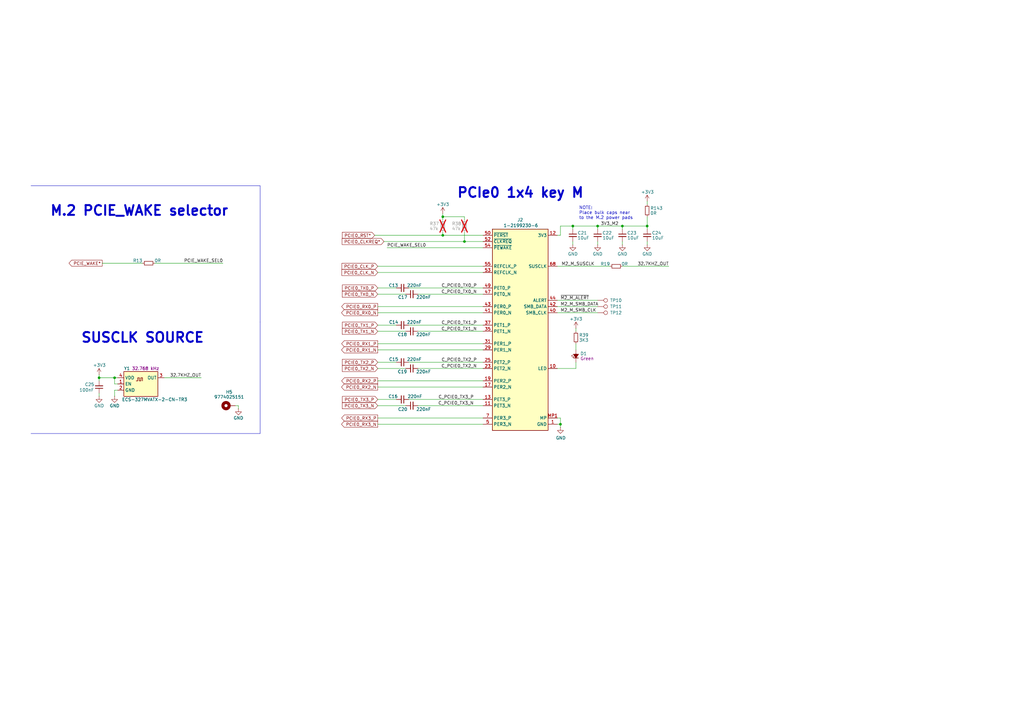
<source format=kicad_sch>
(kicad_sch (version 20231120) (generator "eeschema") (generator_version "8.0")
  (paper "A3")
  (title_block (title "Jetson Carrier Board") (date "2024-07-05") (rev "v1") (company "Argus-1 Cubesat") (comment 1 "www.antmicro.com") (comment 2 "N. Khera"))
  (lib_symbols
    (symbol "Connector:TestPoint" (pin_numbers hide) (pin_names (offset 0.762) hide)
      (property "Reference" "TP" (at 0 6.858 0))
      (property "Value" "TestPoint" (at 0 5.08 0))
      (symbol "TestPoint_0_1"
        (circle (center 0 3.302) (radius 0.762))
      )
      (symbol "TestPoint_1_1"
        (pin passive line (at 0 0 90) (length 2.54) (name "1") (number "1"))
      )
    )
    (symbol "Device:C_Small" (pin_numbers hide) (pin_names (offset 0.254) hide)
      (property "Reference" "C" (at 0.254 1.778 0))
      (property "Value" "C_Small" (at 0.254 -2.032 0))
      (symbol "C_Small_0_1"
        (polyline (pts (xy -1.524 -0.508) (xy 1.524 -0.508)) (stroke (width 0.3302)))
        (polyline (pts (xy -1.524 0.508) (xy 1.524 0.508)) (stroke (width 0.3048)))
      )
      (symbol "C_Small_1_1"
        (pin passive line (at 0 2.54 270) (length 2.032) (name "~") (number "1"))
        (pin passive line (at 0 -2.54 90) (length 2.032) (name "~") (number "2"))
      )
    )
    (symbol "Device:LED_Small_Filled" (pin_numbers hide) (pin_names (offset 0.254) hide)
      (property "Reference" "D" (at -1.27 3.175 0))
      (property "Value" "LED_Small_Filled" (at -4.445 -2.54 0))
      (symbol "LED_Small_Filled_0_1"
        (polyline (pts (xy -0.762 -1.016) (xy -0.762 1.016)) (stroke (width 0.254)))
        (polyline (pts (xy 1.016 0) (xy -0.762 0)))
        (polyline (pts (xy 0.762 -1.016) (xy -0.762 0) (xy 0.762 1.016) (xy 0.762 -1.016)) (stroke (width 0.254)) (fill (type outline)))
        (polyline (pts (xy 0 0.762) (xy -0.508 1.27) (xy -0.254 1.27) (xy -0.508 1.27) (xy -0.508 1.016)))
        (polyline (pts (xy 0.508 1.27) (xy 0 1.778) (xy 0.254 1.778) (xy 0 1.778) (xy 0 1.524)))
      )
      (symbol "LED_Small_Filled_1_1"
        (pin passive line (at -2.54 0 0) (length 1.778) (name "K") (number "1"))
        (pin passive line (at 2.54 0 180) (length 1.778) (name "A") (number "2"))
      )
    )
    (symbol "Device:R_Small" (pin_numbers hide) (pin_names (offset 0.254) hide)
      (property "Reference" "R" (at 0.762 0.508 0))
      (property "Value" "R_Small" (at 0.762 -1.016 0))
      (symbol "R_Small_0_1"
        (rectangle (start -0.762 1.778) (end 0.762 -1.778) (stroke (width 0.2032)))
      )
      (symbol "R_Small_1_1"
        (pin passive line (at 0 2.54 270) (length 0.762) (name "~") (number "1"))
        (pin passive line (at 0 -2.54 90) (length 0.762) (name "~") (number "2"))
      )
    )
    (symbol "JetsonCarrier:Bus_M.2_1-2199230-6"
      (property "Reference" "J2" (at 15.24 6.35 0))
      (property "Value" "1-2199230-6" (at 8.382 3.302 0))
      (symbol "Bus_M.2_1-2199230-6_1_1"
        (rectangle (start 3.81 2.54) (end 26.67 -80.01) (stroke (width 0.254)) (fill (type background)))
        (pin power_in line (at 30.48 -77.47 180) (length 3.81) (name "GND") (number "1"))
        (pin passive line (at 30.48 -54.61 180) (length 3.81) (name "LED") (number "10"))
        (pin input line (at 0 -69.85 0) (length 3.81) (name "PET3_N") (number "11"))
        (pin passive line (at 30.48 0 180) (length 3.81) (name "3V3") (number "12"))
        (pin input line (at 0 -67.31 0) (length 3.81) (name "PET3_P") (number "13"))
        (pin passive line (at 30.48 0 180) (length 3.81) hide (name "3V3") (number "14"))
        (pin passive line (at 30.48 -77.47 180) (length 3.81) hide (name "GND") (number "15"))
        (pin passive line (at 30.48 0 180) (length 3.81) hide (name "3V3") (number "16"))
        (pin output line (at 0 -62.23 0) (length 3.81) (name "PER2_N") (number "17"))
        (pin passive line (at 30.48 0 180) (length 3.81) hide (name "3V3") (number "18"))
        (pin output line (at 0 -59.69 0) (length 3.81) (name "PER2_P") (number "19"))
        (pin passive line (at 30.48 0 180) (length 3.81) hide (name "3V3") (number "2"))
        (pin no_connect line (at 26.67 -44.45 180) (length 3.81) hide (name "NC") (number "20"))
        (pin passive line (at 30.48 -77.47 180) (length 3.81) hide (name "GND") (number "21"))
        (pin no_connect line (at 26.67 -45.72 180) (length 3.81) hide (name "NC") (number "22"))
        (pin input line (at 0 -54.61 0) (length 3.81) (name "PET2_N") (number "23"))
        (pin no_connect line (at 26.67 -46.99 180) (length 3.81) hide (name "NC") (number "24"))
        (pin input line (at 0 -52.07 0) (length 3.81) (name "PET2_P") (number "25"))
        (pin no_connect line (at 26.67 -59.69 180) (length 3.81) hide (name "NC") (number "26"))
        (pin passive line (at 30.48 -77.47 180) (length 3.81) hide (name "GND") (number "27"))
        (pin no_connect line (at 26.67 -60.96 180) (length 3.81) hide (name "NC") (number "28"))
        (pin output line (at 0 -46.99 0) (length 3.81) (name "PER1_N") (number "29"))
        (pin passive line (at 30.48 -77.47 180) (length 3.81) hide (name "GND") (number "3"))
        (pin no_connect line (at 26.67 -62.23 180) (length 3.81) hide (name "NC") (number "30"))
        (pin output line (at 0 -44.45 0) (length 3.81) (name "PER1_P") (number "31"))
        (pin no_connect line (at 26.67 -63.5 180) (length 3.81) hide (name "NC") (number "32"))
        (pin passive line (at 30.48 -77.47 180) (length 3.81) hide (name "GND") (number "33"))
        (pin no_connect line (at 26.67 -66.04 180) (length 3.81) hide (name "NC") (number "34"))
        (pin input line (at 0 -39.37 0) (length 3.81) (name "PET1_N") (number "35"))
        (pin no_connect line (at 26.67 -67.31 180) (length 3.81) hide (name "NC") (number "36"))
        (pin input line (at 0 -36.83 0) (length 3.81) (name "PET1_P") (number "37"))
        (pin no_connect line (at 26.67 -69.85 180) (length 3.81) hide (name "NC") (number "38"))
        (pin passive line (at 30.48 -77.47 180) (length 3.81) hide (name "GND") (number "39"))
        (pin passive line (at 30.48 0 180) (length 3.81) hide (name "3V3") (number "4"))
        (pin input line (at 30.48 -31.75 180) (length 3.81) (name "SMB_CLK") (number "40"))
        (pin output line (at 0 -31.75 0) (length 3.81) (name "PER0_N") (number "41"))
        (pin bidirectional line (at 30.48 -29.21 180) (length 3.81) (name "SMB_DATA") (number "42"))
        (pin output line (at 0 -29.21 0) (length 3.81) (name "PER0_P") (number "43"))
        (pin output line (at 30.48 -26.67 180) (length 3.81) (name "ALERT") (number "44"))
        (pin passive line (at 30.48 -77.47 180) (length 3.81) hide (name "GND") (number "45"))
        (pin no_connect line (at 26.67 -68.58 180) (length 3.81) hide (name "NC") (number "46"))
        (pin input line (at 0 -24.13 0) (length 3.81) (name "PET0_N") (number "47"))
        (pin no_connect line (at 26.67 -41.91 180) (length 3.81) hide (name "NC") (number "48"))
        (pin input line (at 0 -21.59 0) (length 3.81) (name "PET0_P") (number "49"))
        (pin output line (at 0 -77.47 0) (length 3.81) (name "PER3_N") (number "5"))
        (pin input line (at 0 0 0) (length 3.81) (name "~{PERST}") (number "50"))
        (pin passive line (at 30.48 -77.47 180) (length 3.81) hide (name "GND") (number "51"))
        (pin output line (at 0 -2.54 0) (length 3.81) (name "~{CLKREQ}") (number "52"))
        (pin input line (at 0 -15.24 0) (length 3.81) (name "REFCLK_N") (number "53"))
        (pin input line (at 0 -5.08 0) (length 3.81) (name "~{PEWAKE}") (number "54"))
        (pin input line (at 0 -12.7 0) (length 3.81) (name "REFCLK_P") (number "55"))
        (pin no_connect line (at 26.67 -43.18 180) (length 3.81) hide (name "NC") (number "56"))
        (pin passive line (at 30.48 -77.47 180) (length 3.81) hide (name "GND") (number "57"))
        (pin no_connect line (at 26.67 -71.12 180) (length 3.81) hide (name "NC") (number "58"))
        (pin no_connect line (at 26.67 -39.37 180) (length 3.81) hide (name "NC") (number "6"))
        (pin no_connect line (at 26.67 -40.64 180) (length 3.81) hide (name "NC") (number "67"))
        (pin input line (at 30.48 -12.7 180) (length 3.81) (name "SUSCLK") (number "68"))
        (pin no_connect line (at 26.67 -38.1 180) (length 3.81) hide (name "NC") (number "69"))
        (pin output line (at 0 -74.93 0) (length 3.81) (name "PER3_P") (number "7"))
        (pin passive line (at 30.48 0 180) (length 3.81) hide (name "3V3") (number "70"))
        (pin passive line (at 30.48 -77.47 180) (length 3.81) hide (name "GND") (number "71"))
        (pin passive line (at 30.48 0 180) (length 3.81) hide (name "3V3") (number "72"))
        (pin passive line (at 30.48 -77.47 180) (length 3.81) hide (name "GND") (number "73"))
        (pin passive line (at 30.48 0 180) (length 3.81) hide (name "3V3") (number "74"))
        (pin passive line (at 30.48 -77.47 180) (length 3.81) hide (name "GND") (number "75"))
        (pin no_connect line (at 26.67 -64.77 180) (length 3.81) hide (name "NC") (number "8"))
        (pin passive line (at 30.48 -77.47 180) (length 3.81) hide (name "GND") (number "9"))
        (pin passive line (at 30.48 -74.93 180) (length 3.81) (name "MP") (number "MP1"))
        (pin passive line (at 30.48 -74.93 180) (length 3.81) hide (name "MP") (number "MP2"))
      )
    )
    (symbol "JetsonCarrier:ECS_2520MV"
      (property "Reference" "Y1" (at 3.81 3.81 0))
      (property "Value" "ECS-327MVATX-2-CN-TR3" (at 1.778 -9.652 0))
      (property "Val" "32.768 kHz" (at 11.43 3.81 0))
      (symbol "ECS_2520MV_1_1"
        (polyline (pts (xy 7.62 -1.27) (xy 8.255 -1.27) (xy 8.255 0) (xy 8.89 0) (xy 8.89 -1.27) (xy 9.525 -1.27) (xy 9.525 0) (xy 10.16 0) (xy 10.16 -1.27)) (stroke (width 0.254)) (fill (type background)))
        (rectangle (start 2.54 2.54) (end 16.51 -7.62) (stroke (width 0.254)) (fill (type background)))
        (pin input line (at 0 -2.54 0) (length 2.54) (name "EN") (number "1"))
        (pin power_in line (at 0 -5.08 0) (length 2.54) (name "GND") (number "2"))
        (pin output line (at 19.05 0 180) (length 2.54) (name "OUT") (number "3"))
        (pin power_in line (at 0 0 0) (length 2.54) (name "VDD") (number "4"))
      )
    )
    (symbol "Mechanical:MountingHole_Pad" (pin_numbers hide) (pin_names (offset 1.016) hide) (exclude_from_sim yes) (in_bom no)
      (property "Reference" "H" (at 0 6.35 0))
      (property "Value" "MountingHole_Pad" (at 0 4.445 0))
      (symbol "MountingHole_Pad_0_1"
        (circle (center 0 1.27) (radius 1.27) (stroke (width 1.27)))
      )
      (symbol "MountingHole_Pad_1_1"
        (pin input line (at 0 -2.54 90) (length 2.54) (name "1") (number "1"))
      )
    )
    (symbol "jetson-orin-baseboard:4x0R_0201_array_1" (pin_names (offset 1.016))
      (property "Reference" "R" (at -5.08 13.97 0))
      (property "Val" "4x0R_0201" (at 0 0 0))
      (symbol "4x0R_0201_array_1_0_1"
        (rectangle (start -3.81 11.43) (end 2.54 1.27) (fill (type background)))
        (rectangle (start -1.27 8.89) (end -1.27 8.89))
        (polyline (pts (xy -3.81 7.62) (xy -3.175 7.62) (xy -2.794 8.255) (xy -2.159 7.112) (xy -1.524 8.255) (xy -0.889 7.112) (xy -0.254 8.255) (xy 0.381 7.112) (xy 1.016 8.255) (xy 1.397 7.62) (xy 2.413 7.62)))
      )
      (symbol "4x0R_0201_array_1_1_1"
        (polyline (pts (xy -3.81 2.54) (xy -3.175 2.54) (xy -2.794 3.175) (xy -2.159 2.032) (xy -1.524 3.175) (xy -0.889 2.032) (xy -0.254 3.175) (xy 0.381 2.032) (xy 1.016 3.175) (xy 1.397 2.54) (xy 2.413 2.54)))
        (polyline (pts (xy -3.81 5.08) (xy -3.175 5.08) (xy -2.794 5.715) (xy -2.159 4.572) (xy -1.524 5.715) (xy -0.889 4.572) (xy -0.254 5.715) (xy 0.381 4.572) (xy 1.016 5.715) (xy 1.397 5.08) (xy 2.413 5.08)))
        (polyline (pts (xy -3.81 10.16) (xy -3.175 10.16) (xy -2.794 10.795) (xy -2.159 9.652) (xy -1.524 10.795) (xy -0.889 9.652) (xy -0.254 10.795) (xy 0.381 9.652) (xy 1.016 10.795) (xy 1.397 10.16) (xy 2.413 10.16)))
        (pin passive line (at -5.08 10.16 0) (length 1.27) (name "~") (number "1"))
        (pin passive line (at -5.08 7.62 0) (length 1.27) (name "~") (number "2"))
        (pin passive line (at -5.08 5.08 0) (length 1.27) (name "~") (number "3"))
        (pin passive line (at -5.08 2.54 0) (length 1.27) (name "~") (number "4"))
        (pin passive line (at 3.81 2.54 180) (length 1.27) (name "~") (number "5"))
        (pin passive line (at 3.81 5.08 180) (length 1.27) (name "~") (number "6"))
        (pin passive line (at 3.81 7.62 180) (length 1.27) (name "~") (number "7"))
        (pin passive line (at 3.81 10.16 180) (length 1.27) (name "~") (number "8"))
      )
    )
    (symbol "jetson-orin-baseboard:GND_10" (power) (pin_numbers hide) (pin_names hide)
      (property "Reference" "#PWR" (at 8.89 -2.54 0))
      (symbol "GND_10_1_1"
        (polyline (pts (xy 0 0) (xy 0 -1.27) (xy 1.27 -1.27) (xy 0 -2.54) (xy -1.27 -1.27) (xy 0 -1.27)) (stroke (width 0.254)))
        (pin power_in line (at 0 0 270) (length 0) (name "GND") (number "1"))
      )
    )
    (symbol "jetson-orin-baseboard:GND_11" (power) (pin_numbers hide) (pin_names hide)
      (property "Reference" "#PWR" (at 8.89 -2.54 0))
      (symbol "GND_11_1_1"
        (polyline (pts (xy 0 0) (xy 0 -1.27) (xy 1.27 -1.27) (xy 0 -2.54) (xy -1.27 -1.27) (xy 0 -1.27)) (stroke (width 0.254)))
        (pin power_in line (at 0 0 270) (length 0) (name "GND") (number "1"))
      )
    )
    (symbol "jetson-orin-baseboard:GND_12" (power) (pin_numbers hide) (pin_names hide)
      (property "Reference" "#PWR" (at 8.89 -2.54 0))
      (symbol "GND_12_1_1"
        (polyline (pts (xy 0 0) (xy 0 -1.27) (xy 1.27 -1.27) (xy 0 -2.54) (xy -1.27 -1.27) (xy 0 -1.27)) (stroke (width 0.254)))
        (pin power_in line (at 0 0 270) (length 0) (name "GND") (number "1"))
      )
    )
    (symbol "jetson-orin-baseboard:GND_13" (power) (pin_numbers hide) (pin_names hide)
      (property "Reference" "#PWR" (at 8.89 -2.54 0))
      (symbol "GND_13_1_1"
        (polyline (pts (xy 0 0) (xy 0 -1.27) (xy 1.27 -1.27) (xy 0 -2.54) (xy -1.27 -1.27) (xy 0 -1.27)) (stroke (width 0.254)))
        (pin power_in line (at 0 0 270) (length 0) (name "GND") (number "1"))
      )
    )
    (symbol "jetson-orin-baseboard:GND_14" (power) (pin_numbers hide) (pin_names hide)
      (property "Reference" "#PWR" (at 8.89 -2.54 0))
      (symbol "GND_14_1_1"
        (polyline (pts (xy 0 0) (xy 0 -1.27) (xy 1.27 -1.27) (xy 0 -2.54) (xy -1.27 -1.27) (xy 0 -1.27)) (stroke (width 0.254)))
        (pin power_in line (at 0 0 270) (length 0) (name "GND") (number "1"))
      )
    )
    (symbol "jetson-orin-baseboard:GND_15" (power) (pin_numbers hide) (pin_names hide)
      (property "Reference" "#PWR" (at 8.89 -2.54 0))
      (symbol "GND_15_1_1"
        (polyline (pts (xy 0 0) (xy 0 -1.27) (xy 1.27 -1.27) (xy 0 -2.54) (xy -1.27 -1.27) (xy 0 -1.27)) (stroke (width 0.254)))
        (pin power_in line (at 0 0 270) (length 0) (name "GND") (number "1"))
      )
    )
    (symbol "power:+3V3" (power) (pin_numbers hide) (pin_names (offset 0) hide)
      (property "Value" "+3V3" (at 0 3.556 0))
      (symbol "+3V3_0_1"
        (polyline (pts (xy -0.762 1.27) (xy 0 2.54)))
        (polyline (pts (xy 0 0) (xy 0 2.54)))
        (polyline (pts (xy 0 2.54) (xy 0.762 1.27)))
      )
      (symbol "+3V3_1_1"
        (pin power_in line (at 0 0 90) (length 0) (name "~") (number "1"))
      )
    )
    (symbol "power:GND" (power) (pin_numbers hide) (pin_names (offset 0) hide)
      (property "Value" "GND" (at 0 -3.81 0))
      (symbol "GND_0_1"
        (polyline (pts (xy 0 0) (xy 0 -1.27) (xy 1.27 -1.27) (xy 0 -2.54) (xy -1.27 -1.27) (xy 0 -1.27)))
      )
      (symbol "GND_1_1"
        (pin power_in line (at 0 0 270) (length 0) (name "~") (number "1"))
      )
    )
  )
  (junction (at 234.95 92.71))
  (junction (at 245.11 92.71))
  (junction (at 181.61 88.9))
  (junction (at 265.43 92.71))
  (junction (at 255.27 92.71))
  (junction (at 181.61 96.52))
  (junction (at 229.87 173.99))
  (junction (at 40.64 154.94))
  (junction (at 46.99 154.94))
  (junction (at 190.5 99.06))
  (wire (pts (xy 229.87 173.99) (xy 229.87 171.45)))
  (wire (pts (xy 190.5 88.9) (xy 181.61 88.9)))
  (wire (pts (xy 181.61 96.52) (xy 198.12 96.52)))
  (wire (pts (xy 46.99 160.02) (xy 46.99 162.56)))
  (wire (pts (xy 198.12 120.65) (xy 171.45 120.65)))
  (wire (pts (xy 229.87 96.52) (xy 229.87 92.71)))
  (wire (pts (xy 198.12 118.11) (xy 167.64 118.11)))
  (wire (pts (xy 96.52 166.37) (xy 97.79 166.37)))
  (wire (pts (xy 48.26 157.48) (xy 46.99 157.48)))
  (wire (pts (xy 41.91 107.95) (xy 58.42 107.95)))
  (wire (pts (xy 228.6 123.19) (xy 245.11 123.19)))
  (wire (pts (xy 181.61 90.17) (xy 181.61 88.9)))
  (wire (pts (xy 154.94 151.13) (xy 166.37 151.13)))
  (wire (pts (xy 265.43 92.71) (xy 265.43 93.98)))
  (wire (pts (xy 198.12 166.37) (xy 171.45 166.37)))
  (wire (pts (xy 228.6 96.52) (xy 229.87 96.52)))
  (wire (pts (xy 198.12 173.99) (xy 154.94 173.99)))
  (wire (pts (xy 234.95 100.33) (xy 234.95 99.06)))
  (wire (pts (xy 97.79 166.37) (xy 97.79 167.64)))
  (wire (pts (xy 245.11 100.33) (xy 245.11 99.06)))
  (wire (pts (xy 154.94 133.35) (xy 162.56 133.35)))
  (wire (pts (xy 181.61 95.25) (xy 181.61 96.52)))
  (wire (pts (xy 154.94 163.83) (xy 162.56 163.83)))
  (polyline (pts (xy 106.68 132.08) (xy 106.68 177.8)))
  (wire (pts (xy 255.27 92.71) (xy 245.11 92.71)))
  (wire (pts (xy 228.6 109.22) (xy 250.19 109.22)))
  (wire (pts (xy 157.48 99.06) (xy 190.5 99.06)))
  (wire (pts (xy 198.12 133.35) (xy 167.64 133.35)))
  (wire (pts (xy 228.6 125.73) (xy 245.11 125.73)))
  (wire (pts (xy 198.12 143.51) (xy 154.94 143.51)))
  (wire (pts (xy 190.5 99.06) (xy 198.12 99.06)))
  (wire (pts (xy 198.12 140.97) (xy 154.94 140.97)))
  (wire (pts (xy 154.94 166.37) (xy 166.37 166.37)))
  (wire (pts (xy 82.55 154.94) (xy 67.31 154.94)))
  (wire (pts (xy 245.11 92.71) (xy 245.11 93.98)))
  (wire (pts (xy 255.27 92.71) (xy 255.27 93.98)))
  (wire (pts (xy 265.43 88.9) (xy 265.43 92.71)))
  (wire (pts (xy 236.22 151.13) (xy 228.6 151.13)))
  (wire (pts (xy 234.95 92.71) (xy 234.95 93.98)))
  (wire (pts (xy 228.6 128.27) (xy 245.11 128.27)))
  (wire (pts (xy 255.27 109.22) (xy 274.32 109.22)))
  (wire (pts (xy 228.6 173.99) (xy 229.87 173.99)))
  (wire (pts (xy 40.64 154.94) (xy 46.99 154.94)))
  (wire (pts (xy 48.26 160.02) (xy 46.99 160.02)))
  (wire (pts (xy 154.94 120.65) (xy 166.37 120.65)))
  (wire (pts (xy 154.94 148.59) (xy 162.56 148.59)))
  (wire (pts (xy 198.12 125.73) (xy 154.94 125.73)))
  (wire (pts (xy 245.11 92.71) (xy 234.95 92.71)))
  (wire (pts (xy 198.12 151.13) (xy 171.45 151.13)))
  (wire (pts (xy 167.64 163.83) (xy 198.12 163.83)))
  (wire (pts (xy 181.61 87.63) (xy 181.61 88.9)))
  (wire (pts (xy 229.87 92.71) (xy 234.95 92.71)))
  (wire (pts (xy 265.43 92.71) (xy 255.27 92.71)))
  (wire (pts (xy 198.12 128.27) (xy 154.94 128.27)))
  (polyline (pts (xy 106.68 76.2) (xy 106.68 132.08)))
  (wire (pts (xy 236.22 140.97) (xy 236.22 143.51)))
  (wire (pts (xy 236.22 134.62) (xy 236.22 135.89)))
  (polyline (pts (xy 12.7 76.2) (xy 106.68 76.2)))
  (wire (pts (xy 154.94 118.11) (xy 162.56 118.11)))
  (wire (pts (xy 63.5 107.95) (xy 91.44 107.95)))
  (wire (pts (xy 158.75 101.6) (xy 198.12 101.6)))
  (wire (pts (xy 190.5 88.9) (xy 190.5 90.17)))
  (wire (pts (xy 190.5 95.25) (xy 190.5 99.06)))
  (wire (pts (xy 198.12 111.76) (xy 154.94 111.76)))
  (polyline (pts (xy 12.7 177.8) (xy 106.68 177.8)))
  (wire (pts (xy 229.87 171.45) (xy 228.6 171.45)))
  (wire (pts (xy 198.12 148.59) (xy 167.64 148.59)))
  (wire (pts (xy 229.87 175.26) (xy 229.87 173.99)))
  (wire (pts (xy 265.43 82.55) (xy 265.43 83.82)))
  (wire (pts (xy 255.27 100.33) (xy 255.27 99.06)))
  (wire (pts (xy 198.12 158.75) (xy 154.94 158.75)))
  (wire (pts (xy 198.12 109.22) (xy 154.94 109.22)))
  (wire (pts (xy 46.99 157.48) (xy 46.99 154.94)))
  (wire (pts (xy 40.64 154.94) (xy 40.64 153.67)))
  (wire (pts (xy 198.12 156.21) (xy 154.94 156.21)))
  (wire (pts (xy 46.99 154.94) (xy 48.26 154.94)))
  (wire (pts (xy 154.94 135.89) (xy 166.37 135.89)))
  (wire (pts (xy 198.12 171.45) (xy 154.94 171.45)))
  (wire (pts (xy 198.12 135.89) (xy 171.45 135.89)))
  (wire (pts (xy 153.67 96.52) (xy 181.61 96.52)))
  (wire (pts (xy 40.64 154.94) (xy 40.64 156.21)))
  (wire (pts (xy 236.22 148.59) (xy 236.22 151.13)))
  (wire (pts (xy 265.43 100.33) (xy 265.43 99.06)))
  (wire (pts (xy 40.64 161.29) (xy 40.64 162.56)))
  (text "M.2 PCIE_WAKE selector" (at 20.32 88.9 0) (effects (font (size 4 4) (thickness 0.8) (bold yes)) (justify left bottom)))
  (text "PCIe0 1x4 key M" (at 187.198 81.534 0) (effects (font (size 4 4) (thickness 0.8) (bold yes)) (justify left bottom)))
  (text "NOTE:\nPlace bulk caps near \nto the M.2 power pads" (at 237.49 90.17 0) (effects (font (size 1.27 1.27)) (justify left bottom)))
  (text "SUSCLK SOURCE" (at 33.02 140.97 0) (effects (font (size 4 4) (thickness 0.8) (bold yes)) (justify left bottom)))
  (label "3V3_M2" (at 246.38 92.71 0))
  (label "C_PCIE0_TX3_P" (at 194.31 163.83 180))
  (label "C_PCIE0_TX2_N" (at 195.58 151.13 180))
  (label "~{M2_M_ALERT}" (at 229.87 123.19 0))
  (label "M2_M_SMB_DATA" (at 229.87 125.73 0))
  (label "PCIE_WAKE_SEL0" (at 91.44 107.95 180))
  (label "C_PCIE0_TX1_P" (at 195.58 133.35 180))
  (label "M2_M_SMB_CLK" (at 229.87 128.27 0))
  (label "C_PCIE0_TX2_P" (at 195.58 148.59 180))
  (label "32.7KHZ_OUT" (at 274.32 109.22 180))
  (label "C_PCIE0_TX0_N" (at 195.58 120.65 180))
  (label "32.7KHZ_OUT" (at 82.55 154.94 180))
  (label "M2_M_SUSCLK" (at 243.84 109.22 180))
  (label "PCIE_WAKE_SEL0" (at 158.75 101.6 0))
  (label "C_PCIE0_TX0_P" (at 195.58 118.11 180))
  (label "C_PCIE0_TX1_N" (at 195.58 135.89 180))
  (label "C_PCIE0_TX3_N" (at 194.31 166.37 180))
  (global_label "PCIE0_CLKREQ*" (shape input) (at 157.48 99.06 180) (property "Intersheetrefs" "${INTERSHEET_REFS}" (at 138.43 99.06 0) (effects (justify right))))
  (global_label "PCIE0_RX0_P" (shape output) (at 154.94 125.73 180) (property "Intersheetrefs" "${INTERSHEET_REFS}" (at 133.985 125.73 0) (effects (justify left))))
  (global_label "PCIE0_RX3_N" (shape output) (at 154.94 173.99 180) (property "Intersheetrefs" "${INTERSHEET_REFS}" (at 133.985 173.99 0) (effects (justify left))))
  (global_label "PCIE0_TX2_N" (shape input) (at 154.94 151.13 180) (property "Intersheetrefs" "${INTERSHEET_REFS}" (at 133.985 151.13 0) (effects (justify left))))
  (global_label "PCIE0_RX3_P" (shape output) (at 154.94 171.45 180) (property "Intersheetrefs" "${INTERSHEET_REFS}" (at 133.985 171.45 0) (effects (justify left))))
  (global_label "PCIE0_TX3_N" (shape input) (at 154.94 166.37 180) (property "Intersheetrefs" "${INTERSHEET_REFS}" (at 133.985 166.37 0) (effects (justify left))))
  (global_label "PCIE0_TX3_P" (shape input) (at 154.94 163.83 180) (property "Intersheetrefs" "${INTERSHEET_REFS}" (at 133.985 163.83 0) (effects (justify left))))
  (global_label "PCIE0_RX1_N" (shape output) (at 154.94 143.51 180) (property "Intersheetrefs" "${INTERSHEET_REFS}" (at 133.985 143.51 0) (effects (justify left))))
  (global_label "PCIE0_RX2_N" (shape output) (at 154.94 158.75 180) (property "Intersheetrefs" "${INTERSHEET_REFS}" (at 133.985 158.75 0) (effects (justify left))))
  (global_label "PCIE0_RX0_N" (shape output) (at 154.94 128.27 180) (property "Intersheetrefs" "${INTERSHEET_REFS}" (at 133.985 128.27 0) (effects (justify left))))
  (global_label "PCIE0_RX1_P" (shape output) (at 154.94 140.97 180) (property "Intersheetrefs" "${INTERSHEET_REFS}" (at 133.985 140.97 0) (effects (justify left))))
  (global_label "PCIE0_RST*" (shape input) (at 153.67 96.52 180) (property "Intersheetrefs" "${INTERSHEET_REFS}" (at 134.62 96.52 0) (effects (justify right))))
  (global_label "PCIE0_RX2_P" (shape output) (at 154.94 156.21 180) (property "Intersheetrefs" "${INTERSHEET_REFS}" (at 133.985 156.21 0) (effects (justify left))))
  (global_label "PCIE_WAKE*" (shape output) (at 41.91 107.95 180) (property "Intersheetrefs" "${INTERSHEET_REFS}" (at 26.67 107.95 0) (effects (justify right))))
  (global_label "PCIE0_CLK_N" (shape input) (at 154.94 111.76 180) (property "Intersheetrefs" "${INTERSHEET_REFS}" (at 133.985 111.76 0) (effects (justify left))))
  (global_label "PCIE0_TX0_N" (shape input) (at 154.94 120.65 180) (property "Intersheetrefs" "${INTERSHEET_REFS}" (at 133.985 120.65 0) (effects (justify left))))
  (global_label "PCIE0_CLK_P" (shape input) (at 154.94 109.22 180) (property "Intersheetrefs" "${INTERSHEET_REFS}" (at 133.985 109.22 0) (effects (justify left))))
  (global_label "PCIE0_TX1_P" (shape input) (at 154.94 133.35 180) (property "Intersheetrefs" "${INTERSHEET_REFS}" (at 133.985 133.35 0) (effects (justify left))))
  (global_label "PCIE0_TX0_P" (shape input) (at 154.94 118.11 180) (property "Intersheetrefs" "${INTERSHEET_REFS}" (at 133.985 118.11 0) (effects (justify left))))
  (global_label "PCIE0_TX2_P" (shape input) (at 154.94 148.59 180) (property "Intersheetrefs" "${INTERSHEET_REFS}" (at 133.985 148.59 0) (effects (justify left))))
  (global_label "PCIE0_TX1_N" (shape input) (at 154.94 135.89 180) (property "Intersheetrefs" "${INTERSHEET_REFS}" (at 133.985 135.89 0) (effects (justify left))))
  (symbol (lib_id "power:+3V3") (at 265.43 82.55 0) (unit 1)
    (property "Reference" "#PWR041" (effects (hide yes)))
    (property "Value" "+3V3" (at 262.89 79.502 0) (effects (justify left bottom)))
    (property "Description" "Power symbol creates a global label with name \"+3V3\"" (effects (hide yes)))
  )
  (symbol (lib_id "JetsonCarrier:ECS_2520MV") (at 48.26 154.94 0) (unit 1)
    (property "Reference" "Y1" (at 52.07 151.13 0))
    (property "Value" "ECS-327MVATX-2-CN-TR3" (at 50.038 164.592 0) (effects (justify left bottom)))
    (property "Footprint" "JetsonCarrier:Oscillator_SMD_ECS_2520MV_2.5x2mm" (effects (hide yes)))
    (property "Datasheet" "https://ecsxtal.com/store/pdf/ECS-327MVATX.pdf" (effects (hide yes)))
    (property "Manufacturer" "ECS Inc. International" (effects (hide yes)))
    (property "MPN" "ECS-327MVATX-2-CN-TR3" (effects (hide yes)))
    (property "Val" "32.768 kHz" (at 59.69 151.13 0))
    (property "Author" "Antmicro" (effects (hide yes)))
    (property "License" "Apache-2.0" (effects (hide yes)))
    (property "Public" "False" (effects (hide yes)))
  )
  (symbol (lib_id "Device:R_Small") (at 190.5 92.71 0) (mirror y) (unit 1) (dnp yes)
    (property "Reference" "R38" (at 189.23 92.456 0) (effects (justify left bottom)))
    (property "Value" "47k" (at 188.976 94.488 0) (effects (justify left bottom)))
    (property "Footprint" "Resistor_SMD:R_0402_1005Metric" (effects (hide yes)))
    (property "Description" "Resistor, small symbol" (effects (hide yes)))
    (property "Manufacturer" "Bourns" (effects (hide yes)))
    (property "MPN" "CR0402-FX-4702GLF" (effects (hide yes)))
    (property "Val" "47k" (effects (hide yes)))
    (property "License" "Apache-2.0" (effects (hide yes)))
    (property "Author" "Antmicro" (effects (hide yes)))
    (property "Tolerance" "1%" (effects (hide yes)))
    (property "DNP" "DNP" (at 190.5 92.71 90))
  )
  (symbol (lib_id "Device:C_Small") (at 165.1 133.35 270) (unit 1)
    (property "Reference" "C14" (at 159.512 132.842 90) (effects (justify left bottom)))
    (property "Value" "220nF" (at 166.878 132.842 90) (effects (justify left bottom)))
    (property "Footprint" "Capacitor_SMD:C_0402_1005Metric" (effects (hide yes)))
    (property "Description" "Unpolarized capacitor, small symbol" (effects (hide yes)))
    (property "Manufacturer" "YAGEO" (effects (hide yes)))
    (property "MPN" "CC0402KRX5R6BB224" (effects (hide yes)))
    (property "Val" "220n" (effects (hide yes)))
    (property "License" "Apache-2.0" (effects (hide yes)))
    (property "Author" "Antmicro" (effects (hide yes)))
    (property "Public" "False" (effects (hide yes)))
  )
  (symbol (lib_id "Device:C_Small") (at 40.64 158.75 0) (mirror x) (unit 1)
    (property "Reference" "C25" (at 34.798 156.972 0) (effects (justify left bottom)))
    (property "Value" "100nF" (at 32.512 159.258 0) (effects (justify left bottom)))
    (property "Footprint" "Capacitor_SMD:C_0603_1608Metric" (effects (hide yes)))
    (property "Description" "Unpolarized capacitor, small symbol" (effects (hide yes)))
    (property "Manufacturer" "Murata" (effects (hide yes)))
    (property "MPN" "GRM155R61H104KE14D" (effects (hide yes)))
    (property "Val" "100n" (effects (hide yes)))
    (property "License" "Apache-2.0" (effects (hide yes)))
    (property "Author" "Antmicro" (effects (hide yes)))
    (property "Voltage" "50V" (effects (hide yes)))
    (property "Dielectric" "X5R" (effects (hide yes)))
  )
  (symbol (lib_id "power:GND") (at 229.87 175.26 0) (unit 1)
    (property "Reference" "#PWR036" (effects (hide yes)))
    (property "Value" "GND" (at 227.965 180.34 0) (effects (justify left bottom)))
    (property "Description" "Power symbol creates a global label with name \"GND\" , ground" (effects (hide yes)))
    (property "Author" "Antmicro" (effects (hide yes)))
    (property "License" "Apache-2.0" (effects (hide yes)))
  )
  (symbol (lib_id "power:GND") (at 255.27 100.33 0) (unit 1)
    (property "Reference" "#PWR039" (effects (hide yes)))
    (property "Value" "GND" (at 253.238 104.902 0) (effects (justify left bottom)))
    (property "Description" "Power symbol creates a global label with name \"GND\" , ground" (effects (hide yes)))
    (property "Author" "Antmicro" (effects (hide yes)))
    (property "License" "Apache-2.0" (effects (hide yes)))
  )
  (symbol (lib_id "power:GND") (at 40.64 162.56 0) (unit 1)
    (property "Reference" "#PWR016" (effects (hide yes)))
    (property "Value" "GND" (at 38.608 167.132 0) (effects (justify left bottom)))
    (property "Description" "Power symbol creates a global label with name \"GND\" , ground" (effects (hide yes)))
    (property "Author" "Antmicro" (effects (hide yes)))
    (property "License" "Apache-2.0" (effects (hide yes)))
  )
  (symbol (lib_id "power:GND") (at 46.99 162.56 0) (unit 1)
    (property "Reference" "#PWR040" (effects (hide yes)))
    (property "Value" "GND" (at 44.958 167.132 0) (effects (justify left bottom)))
    (property "Description" "Power symbol creates a global label with name \"GND\" , ground" (effects (hide yes)))
    (property "Author" "Antmicro" (effects (hide yes)))
    (property "License" "Apache-2.0" (effects (hide yes)))
  )
  (symbol (lib_id "Device:C_Small") (at 168.91 120.65 90) (unit 1)
    (property "Reference" "C17" (at 167.132 121.158 90) (effects (justify left bottom)))
    (property "Value" "220nF" (at 176.784 121.158 90) (effects (justify left bottom)))
    (property "Footprint" "Capacitor_SMD:C_0402_1005Metric" (effects (hide yes)))
    (property "Description" "Unpolarized capacitor, small symbol" (effects (hide yes)))
    (property "Manufacturer" "YAGEO" (effects (hide yes)))
    (property "MPN" "CC0402KRX5R6BB224" (effects (hide yes)))
    (property "Val" "220n" (effects (hide yes)))
    (property "License" "Apache-2.0" (effects (hide yes)))
    (property "Author" "Antmicro" (effects (hide yes)))
    (property "Public" "False" (effects (hide yes)))
  )
  (symbol (lib_id "Device:LED_Small_Filled") (at 236.22 146.05 90) (unit 1)
    (property "Reference" "D1" (at 237.998 145.034 90) (effects (justify right)))
    (property "Value" "LED_G_0603_LTST-C190GKT" (effects (hide yes)))
    (property "Footprint" "LED_SMD:LED_0603_1608Metric" (effects (hide yes)))
    (property "Description" "Light emitting diode, small symbol, filled shape" (effects (hide yes)))
    (property "MPN" "LTST-C190GKT" (effects (hide yes)))
    (property "Manufacturer" "Lite-On" (effects (hide yes)))
    (property "Author" "Antmicro" (effects (hide yes)))
    (property "License" "Apache-2.0" (effects (hide yes)))
    (property "Public" "False" (effects (hide yes)))
    (property "Color" "Green" (at 237.998 147.066 90) (effects (justify right)))
  )
  (symbol (lib_id "Device:C_Small") (at 165.1 148.59 270) (unit 1)
    (property "Reference" "C15" (at 159.512 148.082 90) (effects (justify left bottom)))
    (property "Value" "220nF" (at 166.878 148.082 90) (effects (justify left bottom)))
    (property "Footprint" "Capacitor_SMD:C_0402_1005Metric" (effects (hide yes)))
    (property "Description" "Unpolarized capacitor, small symbol" (effects (hide yes)))
    (property "Manufacturer" "YAGEO" (effects (hide yes)))
    (property "MPN" "CC0402KRX5R6BB224" (effects (hide yes)))
    (property "Val" "220n" (effects (hide yes)))
    (property "License" "Apache-2.0" (effects (hide yes)))
    (property "Author" "Antmicro" (effects (hide yes)))
    (property "Public" "False" (effects (hide yes)))
  )
  (symbol (lib_id "Device:R_Small") (at 236.22 138.43 0) (unit 1)
    (property "Reference" "R39" (at 237.49 138.176 0) (effects (justify left bottom)))
    (property "Value" "3K3" (at 237.49 140.208 0) (effects (justify left bottom)))
    (property "Footprint" "Resistor_SMD:R_0603_1608Metric" (effects (hide yes)))
    (property "Description" "Resistor, small symbol" (effects (hide yes)))
    (property "Manufacturer" "Bourns" (effects (hide yes)))
    (property "Val" "3K3" (effects (hide yes)))
    (property "License" "Apache-2.0" (effects (hide yes)))
    (property "Author" "Antmicro" (effects (hide yes)))
    (property "Tolerance" "1%" (effects (hide yes)))
  )
  (symbol (lib_id "Device:C_Small") (at 255.27 96.52 0) (mirror y) (unit 1)
    (property "Reference" "C23" (at 261.112 96.266 0) (effects (justify left bottom)))
    (property "Value" "10uF" (at 262.128 98.298 0) (effects (justify left bottom)))
    (property "Footprint" "Capacitor_SMD:C_0603_1608Metric" (effects (hide yes)))
    (property "Description" "Unpolarized capacitor, small symbol" (effects (hide yes)))
    (property "Manufacturer" "Murata" (effects (hide yes)))
    (property "MPN" "GRM188R61A106KE69D" (effects (hide yes)))
    (property "Val" "10u" (effects (hide yes)))
    (property "License" "Apache-2.0" (effects (hide yes)))
    (property "Author" "Antmicro" (effects (hide yes)))
  )
  (symbol (lib_id "Device:C_Small") (at 168.91 135.89 270) (unit 1)
    (property "Reference" "C18" (at 163.068 137.922 90) (effects (justify left bottom)))
    (property "Value" "220nF" (at 170.688 137.922 90) (effects (justify left bottom)))
    (property "Footprint" "Capacitor_SMD:C_0402_1005Metric" (effects (hide yes)))
    (property "Description" "Unpolarized capacitor, small symbol" (effects (hide yes)))
    (property "Manufacturer" "YAGEO" (effects (hide yes)))
    (property "MPN" "CC0402KRX5R6BB224" (effects (hide yes)))
    (property "Val" "220n" (effects (hide yes)))
    (property "License" "Apache-2.0" (effects (hide yes)))
    (property "Author" "Antmicro" (effects (hide yes)))
    (property "Public" "False" (effects (hide yes)))
  )
  (symbol (lib_id "Device:R_Small") (at 181.61 92.71 0) (mirror y) (unit 1) (dnp yes)
    (property "Reference" "R37" (at 180.086 92.456 0) (effects (justify left bottom)))
    (property "Value" "47k" (at 179.832 94.488 0) (effects (justify left bottom)))
    (property "Footprint" "Resistor_SMD:R_0402_1005Metric" (effects (hide yes)))
    (property "Description" "Resistor, small symbol" (effects (hide yes)))
    (property "Manufacturer" "Bourns" (effects (hide yes)))
    (property "MPN" "CR0402-FX-4702GLF" (effects (hide yes)))
    (property "Val" "47k" (effects (hide yes)))
    (property "License" "Apache-2.0" (effects (hide yes)))
    (property "Author" "Antmicro" (effects (hide yes)))
    (property "Tolerance" "1%" (effects (hide yes)))
    (property "DNP" "DNP" (at 181.61 92.71 90))
  )
  (symbol (lib_id "power:+3V3") (at 236.22 134.62 0) (unit 1)
    (property "Reference" "#PWR0319" (effects (hide yes)))
    (property "Value" "+3V3" (at 236.22 130.81 0))
    (property "Description" "Power symbol creates a global label with name \"+3V3\"" (effects (hide yes)))
  )
  (symbol (lib_id "Device:C_Small") (at 245.11 96.52 0) (mirror y) (unit 1)
    (property "Reference" "C22" (at 250.952 96.266 0) (effects (justify left bottom)))
    (property "Value" "10uF" (at 251.968 98.298 0) (effects (justify left bottom)))
    (property "Footprint" "Capacitor_SMD:C_0603_1608Metric" (effects (hide yes)))
    (property "Description" "Unpolarized capacitor, small symbol" (effects (hide yes)))
    (property "Manufacturer" "Murata" (effects (hide yes)))
    (property "MPN" "GRM188R61A106KE69D" (effects (hide yes)))
    (property "Val" "10uF" (effects (hide yes)))
    (property "License" "Apache-2.0" (effects (hide yes)))
    (property "Author" "Antmicro" (effects (hide yes)))
  )
  (symbol (lib_id "Device:C_Small") (at 265.43 96.52 0) (mirror y) (unit 1)
    (property "Reference" "C24" (at 271.272 96.266 0) (effects (justify left bottom)))
    (property "Value" "10uF" (at 272.288 98.298 0) (effects (justify left bottom)))
    (property "Footprint" "Capacitor_SMD:C_0603_1608Metric" (effects (hide yes)))
    (property "Description" "Unpolarized capacitor, small symbol" (effects (hide yes)))
    (property "Manufacturer" "Murata" (effects (hide yes)))
    (property "MPN" "GRM188R61A106KE69D" (effects (hide yes)))
    (property "Val" "10u" (effects (hide yes)))
    (property "License" "Apache-2.0" (effects (hide yes)))
    (property "Author" "Antmicro" (effects (hide yes)))
  )
  (symbol (lib_id "Device:C_Small") (at 234.95 96.52 0) (mirror y) (unit 1)
    (property "Reference" "C21" (at 240.792 96.266 0) (effects (justify left bottom)))
    (property "Value" "10uF" (at 241.681 98.298 0) (effects (justify left bottom)))
    (property "Footprint" "Capacitor_SMD:C_0603_1608Metric" (effects (hide yes)))
    (property "Description" "Unpolarized capacitor, small symbol" (effects (hide yes)))
    (property "Manufacturer" "Murata" (effects (hide yes)))
    (property "MPN" "GRM188R61A106KE69D" (effects (hide yes)))
    (property "Val" "10u" (effects (hide yes)))
    (property "License" "Apache-2.0" (effects (hide yes)))
    (property "Author" "Antmicro" (effects (hide yes)))
  )
  (symbol (lib_id "Device:R_Small") (at 265.43 86.36 0) (unit 1)
    (property "Reference" "R143" (at 266.7 86.106 0) (effects (justify left bottom)))
    (property "Value" "0R" (at 266.7 88.138 0) (effects (justify left bottom)))
    (property "Footprint" "Resistor_SMD:R_0603_1608Metric" (effects (hide yes)))
    (property "Description" "Resistor, small symbol" (effects (hide yes)))
    (property "Manufacturer" "ROHM Semiconductor" (effects (hide yes)))
    (property "MPN" "PMR03EZPJ000" (effects (hide yes)))
    (property "Val" "0R" (effects (hide yes)))
    (property "Author" "Antmicro" (effects (hide yes)))
    (property "License" "Apache-2.0" (effects (hide yes)))
    (property "Max. Curr." "22.4A" (effects (hide yes)))
  )
  (symbol (lib_id "Connector:TestPoint") (at 245.11 123.19 270) (unit 1)
    (property "Reference" "TP10" (at 250.19 123.1899 90) (effects (justify left)))
    (property "Value" "TP_0.75mm_SMD" (effects (hide yes)))
    (property "Footprint" "JetsonCarrier:TP_SMD_0.75mm" (effects (hide yes)))
    (property "Description" "test point" (effects (hide yes)))
    (property "Author" "Antmicro" (effects (hide yes)))
    (property "License" "Apache-2.0" (effects (hide yes)))
  )
  (symbol (lib_id "JetsonCarrier:Bus_M.2_1-2199230-6") (at 198.12 96.52 0) (unit 1)
    (property "Reference" "J2" (at 213.36 90.17 0))
    (property "Value" "1-2199230-6" (at 206.502 93.218 0) (effects (justify left bottom)))
    (property "Footprint" "JetsonCarrier:Bus_M.2_Socket_Key_M_TE_1-2199230-6" (effects (hide yes)))
    (property "Datasheet" "https://www.te.com/commerce/DocumentDelivery/DDEController?Action=srchrtrv&DocNm=2199230&DocType=Customer+Drawing&DocLang=English" (effects (hide yes)))
    (property "Manufacturer" "TE Connectivity" (effects (hide yes)))
    (property "MPN" "1-2199230-6" (effects (hide yes)))
    (property "Author" "Antmicro" (effects (hide yes)))
    (property "License" "Apache-2.0" (effects (hide yes)))
  )
  (symbol (lib_id "Device:R_Small") (at 252.73 109.22 90) (mirror x) (unit 1)
    (property "Reference" "R19" (at 250.19 108.966 90) (effects (justify left bottom)))
    (property "Value" "0R" (at 257.556 108.966 90) (effects (justify left bottom)))
    (property "Footprint" "Resistor_SMD:R_0402_1005Metric" (effects (hide yes)))
    (property "Description" "Resistor, small symbol" (effects (hide yes)))
    (property "Manufacturer" "Panasonic" (effects (hide yes)))
    (property "MPN" "ERJ2GE0R00X" (effects (hide yes)))
    (property "Val" "0R" (effects (hide yes)))
    (property "License" "Apache-2.0" (effects (hide yes)))
    (property "Author" "Antmicro" (effects (hide yes)))
    (property "Current" "1A" (effects (hide yes)))
  )
  (symbol (lib_id "Device:C_Small") (at 168.91 151.13 270) (unit 1)
    (property "Reference" "C19" (at 163.068 153.162 90) (effects (justify left bottom)))
    (property "Value" "220nF" (at 170.688 153.162 90) (effects (justify left bottom)))
    (property "Footprint" "Capacitor_SMD:C_0402_1005Metric" (effects (hide yes)))
    (property "Description" "Unpolarized capacitor, small symbol" (effects (hide yes)))
    (property "Manufacturer" "YAGEO" (effects (hide yes)))
    (property "MPN" "CC0402KRX5R6BB224" (effects (hide yes)))
    (property "Val" "220nF" (effects (hide yes)))
    (property "License" "Apache-2.0" (effects (hide yes)))
    (property "Author" "Antmicro" (effects (hide yes)))
    (property "Public" "False" (effects (hide yes)))
  )
  (symbol (lib_id "Device:R_Small") (at 60.96 107.95 90) (unit 1)
    (property "Reference" "R13" (at 58.42 106.172 90) (effects (justify left bottom)))
    (property "Value" "0R" (at 66.04 106.172 90) (effects (justify left bottom)))
    (property "Footprint" "Resistor_SMD:R_0402_1005Metric" (effects (hide yes)))
    (property "Description" "Resistor, small symbol" (effects (hide yes)))
    (property "Manufacturer" "Panasonic" (effects (hide yes)))
    (property "MPN" "ERJ2GE0R00X" (effects (hide yes)))
    (property "Val" "0R" (effects (hide yes)))
    (property "License" "Apache-2.0" (effects (hide yes)))
    (property "Author" "Antmicro" (effects (hide yes)))
    (property "Current" "1A" (effects (hide yes)))
  )
  (symbol (lib_id "Connector:TestPoint") (at 245.11 125.73 270) (unit 1)
    (property "Reference" "TP11" (at 250.19 125.7299 90) (effects (justify left)))
    (property "Value" "TP_0.75mm_SMD" (effects (hide yes)))
    (property "Footprint" "JetsonCarrier:TP_SMD_0.75mm" (effects (hide yes)))
    (property "Description" "test point" (effects (hide yes)))
    (property "Author" "Antmicro" (effects (hide yes)))
    (property "License" "Apache-2.0" (effects (hide yes)))
  )
  (symbol (lib_id "power:GND") (at 245.11 100.33 0) (unit 1)
    (property "Reference" "#PWR038" (effects (hide yes)))
    (property "Value" "GND" (at 243.078 104.902 0) (effects (justify left bottom)))
    (property "Description" "Power symbol creates a global label with name \"GND\" , ground" (effects (hide yes)))
    (property "Author" "Antmicro" (effects (hide yes)))
    (property "License" "Apache-2.0" (effects (hide yes)))
  )
  (symbol (lib_id "Connector:TestPoint") (at 245.11 128.27 270) (unit 1)
    (property "Reference" "TP12" (at 250.19 128.2699 90) (effects (justify left)))
    (property "Value" "TP_0.75mm_SMD" (effects (hide yes)))
    (property "Footprint" "JetsonCarrier:TP_SMD_0.75mm" (effects (hide yes)))
    (property "Description" "test point" (effects (hide yes)))
    (property "Author" "Antmicro" (effects (hide yes)))
    (property "License" "Apache-2.0" (effects (hide yes)))
  )
  (symbol (lib_id "power:+3V3") (at 181.61 87.63 0) (unit 1)
    (property "Reference" "#PWR034" (effects (hide yes)))
    (property "Value" "+3V3" (at 181.61 83.82 0))
    (property "Description" "Power symbol creates a global label with name \"+3V3\"" (effects (hide yes)))
  )
  (symbol (lib_id "power:GND") (at 265.43 100.33 0) (unit 1)
    (property "Reference" "#PWR042" (effects (hide yes)))
    (property "Value" "GND" (at 263.398 104.902 0) (effects (justify left bottom)))
    (property "Description" "Power symbol creates a global label with name \"GND\" , ground" (effects (hide yes)))
    (property "Author" "Antmicro" (effects (hide yes)))
    (property "License" "Apache-2.0" (effects (hide yes)))
  )
  (symbol (lib_id "Device:C_Small") (at 168.91 166.37 90) (unit 1)
    (property "Reference" "C20" (at 167.132 167.132 90) (effects (justify left bottom)))
    (property "Value" "220nF" (at 176.784 167.132 90) (effects (justify left bottom)))
    (property "Footprint" "Capacitor_SMD:C_0402_1005Metric" (effects (hide yes)))
    (property "Description" "Unpolarized capacitor, small symbol" (effects (hide yes)))
    (property "Manufacturer" "YAGEO" (effects (hide yes)))
    (property "MPN" "CC0402KRX5R6BB224" (effects (hide yes)))
    (property "Val" "220n" (effects (hide yes)))
    (property "License" "Apache-2.0" (effects (hide yes)))
    (property "Author" "Antmicro" (effects (hide yes)))
    (property "Public" "False" (effects (hide yes)))
  )
  (symbol (lib_id "power:GND") (at 234.95 100.33 0) (unit 1)
    (property "Reference" "#PWR037" (effects (hide yes)))
    (property "Value" "GND" (at 232.918 104.902 0) (effects (justify left bottom)))
    (property "Description" "Power symbol creates a global label with name \"GND\" , ground" (effects (hide yes)))
    (property "Author" "Antmicro" (effects (hide yes)))
    (property "License" "Apache-2.0" (effects (hide yes)))
  )
  (symbol (lib_id "Device:C_Small") (at 165.1 163.83 270) (unit 1)
    (property "Reference" "C16" (at 159.258 163.322 90) (effects (justify left bottom)))
    (property "Value" "220nF" (at 167.132 163.322 90) (effects (justify left bottom)))
    (property "Footprint" "Capacitor_SMD:C_0402_1005Metric" (effects (hide yes)))
    (property "Description" "Unpolarized capacitor, small symbol" (effects (hide yes)))
    (property "Manufacturer" "YAGEO" (effects (hide yes)))
    (property "MPN" "CC0402KRX5R6BB224" (effects (hide yes)))
    (property "Val" "220n" (effects (hide yes)))
    (property "License" "Apache-2.0" (effects (hide yes)))
    (property "Author" "Antmicro" (effects (hide yes)))
    (property "Public" "False" (effects (hide yes)))
  )
  (symbol (lib_id "Device:C_Small") (at 165.1 118.11 90) (unit 1)
    (property "Reference" "C13" (at 163.322 116.332 90) (effects (justify left bottom)))
    (property "Value" "220nF" (at 172.974 116.332 90) (effects (justify left bottom)))
    (property "Footprint" "Capacitor_SMD:C_0402_1005Metric" (effects (hide yes)))
    (property "Description" "Unpolarized capacitor, small symbol" (effects (hide yes)))
    (property "Manufacturer" "YAGEO" (effects (hide yes)))
    (property "MPN" "CC0402KRX5R6BB224" (effects (hide yes)))
    (property "Val" "220n" (effects (hide yes)))
    (property "License" "Apache-2.0" (effects (hide yes)))
    (property "Author" "Antmicro" (effects (hide yes)))
    (property "Public" "False" (effects (hide yes)))
  )
  (symbol (lib_id "Mechanical:MountingHole_Pad") (at 93.98 166.37 90) (unit 1) (exclude_from_sim yes) (in_bom no)
    (property "Reference" "H5" (at 93.98 160.782 90))
    (property "Value" "9774025151" (at 93.98 162.814 90))
    (property "Footprint" "JetsonCarrier:Spacer_Drill3.7mm_H2.5mm_9774025151R" (effects (hide yes)))
    (property "Description" "Mounting Hole with connection" (effects (hide yes)))
    (property "Manufacturer" "Würth Elektronik" (effects (hide yes)))
    (property "MPN" "9774025151R" (effects (hide yes)))
    (property "Author" "Antmicro" (effects (hide yes)))
    (property "License" "Apache-2.0" (effects (hide yes)))
  )
  (symbol (lib_id "power:+3V3") (at 40.64 153.67 0) (unit 1)
    (property "Reference" "#PWR044" (effects (hide yes)))
    (property "Value" "+3V3" (at 38.1 150.495 0) (effects (justify left bottom)))
    (property "Description" "Power symbol creates a global label with name \"+3V3\"" (effects (hide yes)))
  )
  (symbol (lib_id "power:GND") (at 97.79 167.64 0) (unit 1)
    (property "Reference" "#PWR043" (effects (hide yes)))
    (property "Value" "GND" (at 95.758 171.45 0) (effects (justify left)))
    (property "Description" "Power symbol creates a global label with name \"GND\" , ground" (effects (hide yes)))
    (property "Author" "Antmicro" (effects (hide yes)))
    (property "License" "Apache-2.0" (effects (hide yes)))
  )
)
</source>
